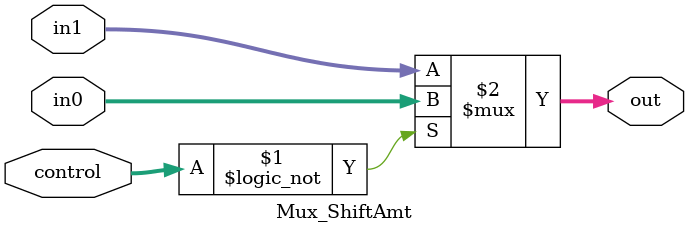
<source format=v>
module Mux_ShiftAmt(
    input wire [4:0] in0,
    input wire  [4:0] in1,
    input wire [1:0] control,
    output wire [4:0] out
    );

    assign out = (control == 2'b00) ? in0:
                 in1;
                 
endmodule
</source>
